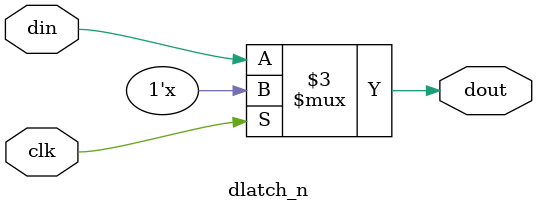
<source format=sv>

`timescale 100ps/1ps

`default_nettype none

module dlatch_n (
    input wire logic clk,
    input wire logic din,
    output reg dout
);

always @ (clk or din) begin
    if (!clk) begin
        // non-blocking assignment used for describing a latch
        // see Guideline 2 here: http://sunburst-design.com/papers/CummingsSNUG2000SJ_NBA.pdf
        dout <= din;
    end
end

endmodule

`default_nettype wire
</source>
